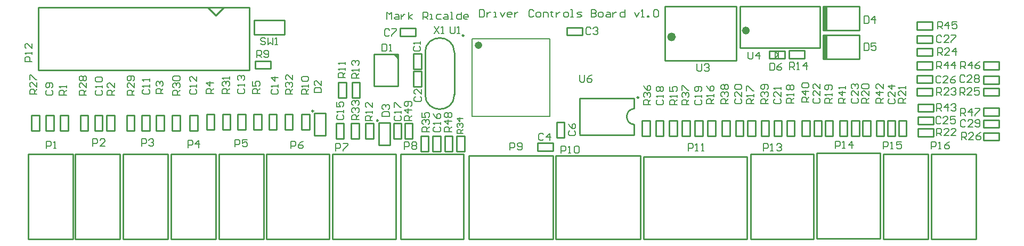
<source format=gto>
G04 Layer_Color=65535*
%FSLAX44Y44*%
%MOMM*%
G71*
G01*
G75*
%ADD20C,0.2540*%
%ADD33C,0.6000*%
%ADD34C,0.2500*%
%ADD35C,0.2000*%
%ADD36C,0.1524*%
%ADD37C,0.1905*%
%ADD38R,0.5080X3.6830*%
D20*
X1127760Y360680D02*
G03*
X1127760Y360680I-1270J0D01*
G01*
X1129030D02*
G03*
X1129030Y360680I-2540J0D01*
G01*
X1130506D02*
G03*
X1130506Y360680I-4016J0D01*
G01*
X1132170D02*
G03*
X1132170Y360680I-5680J0D01*
G01*
X557530Y242570D02*
G03*
X557530Y242570I-1270J0D01*
G01*
X734940Y268760D02*
G03*
X781440Y268760I23250J0D01*
G01*
Y335760D02*
G03*
X734940Y335760I-23250J0D01*
G01*
X1066920Y246328D02*
G03*
X1066806Y221043I1150J-12648D01*
G01*
X1074420Y264160D02*
G03*
X1074420Y264160I-1270J0D01*
G01*
X660400Y227330D02*
G03*
X660400Y227330I-1270J0D01*
G01*
X1249680Y370840D02*
G03*
X1249680Y370840I-5080J0D01*
G01*
X1248410D02*
G03*
X1248410Y370840I-3810J0D01*
G01*
X1247140D02*
G03*
X1246872Y369704I-2540J0D01*
G01*
X1244600Y372110D02*
G03*
X1245870Y370840I0J-1270D01*
G01*
X695140Y362050D02*
Y374550D01*
Y362050D02*
X719640D01*
Y374550D01*
X695140D02*
X719640D01*
X943710Y199840D02*
X956210D01*
Y224340D01*
X943710D02*
X956210D01*
X943710Y199840D02*
Y224340D01*
X1076650Y38360D02*
Y171360D01*
X942650D02*
X1076650D01*
X942650Y38360D02*
Y171360D01*
Y38360D02*
X1076650D01*
X938080Y179170D02*
Y191670D01*
X913580D02*
X938080D01*
X913580Y179170D02*
Y191670D01*
Y179170D02*
X938080D01*
X716380Y305620D02*
X728880D01*
X716380Y281120D02*
Y305620D01*
Y281120D02*
X728880D01*
Y305620D01*
X617320Y198570D02*
X629820D01*
Y223070D01*
X617320D02*
X629820D01*
X617320Y198570D02*
Y223070D01*
X1079600Y226880D02*
X1092100D01*
X1079600Y202380D02*
Y226880D01*
Y202380D02*
X1092100D01*
Y226880D01*
X436980Y212540D02*
Y237040D01*
X449480D01*
Y212540D02*
Y237040D01*
X436980Y212540D02*
X449480D01*
X387450D02*
Y237040D01*
X399950D01*
Y212540D02*
Y237040D01*
X387450Y212540D02*
X399950D01*
X1646740Y216000D02*
Y228500D01*
X1622240D02*
X1646740D01*
X1622240Y216000D02*
Y228500D01*
Y216000D02*
X1646740D01*
X109320Y235770D02*
X121820D01*
X109320Y211270D02*
Y235770D01*
Y211270D02*
X121820D01*
Y235770D01*
X1082340Y169750D02*
X1246590D01*
Y38750D02*
Y169750D01*
X1082340Y38750D02*
Y169750D01*
Y38750D02*
X1246590D01*
X1539240Y38100D02*
Y173990D01*
X1610360D01*
Y38100D02*
Y173990D01*
X1539240Y38100D02*
X1610360D01*
X132180Y235770D02*
X144680D01*
X132180Y211270D02*
Y235770D01*
Y211270D02*
X144680D01*
Y235770D01*
X486510Y212540D02*
Y237040D01*
X499010D01*
Y212540D02*
Y237040D01*
X486510Y212540D02*
X499010D01*
X1268830Y226880D02*
X1281330D01*
X1268830Y202380D02*
Y226880D01*
Y202380D02*
X1281330D01*
Y226880D01*
X588010Y173990D02*
X688340D01*
Y38100D02*
Y173990D01*
X588010Y38100D02*
X688340D01*
X588010D02*
Y173990D01*
X1516830Y266800D02*
Y279300D01*
Y266800D02*
X1541330D01*
Y279300D01*
X1516830D02*
X1541330D01*
X489770Y309980D02*
Y322480D01*
X465270D02*
X489770D01*
X465270Y309980D02*
Y322480D01*
Y309980D02*
X489770D01*
X186790Y235770D02*
X199290D01*
X186790Y211270D02*
Y235770D01*
Y211270D02*
X199290D01*
Y235770D01*
X1252220Y173990D02*
X1352550D01*
Y38100D02*
Y173990D01*
X1252220Y38100D02*
X1352550D01*
X1252220D02*
Y173990D01*
X695960D02*
X796290D01*
Y38100D02*
Y173990D01*
X695960Y38100D02*
X796290D01*
X695960D02*
Y173990D01*
X1430120Y226880D02*
X1442620D01*
X1430120Y202380D02*
Y226880D01*
Y202380D02*
X1442620D01*
Y226880D01*
X1518100Y233580D02*
X1542600D01*
Y221080D02*
Y233580D01*
X1518100Y221080D02*
X1542600D01*
X1518100D02*
Y233580D01*
X1122780Y226880D02*
X1135280D01*
X1122780Y202380D02*
Y226880D01*
Y202380D02*
X1135280D01*
Y226880D01*
X938220Y38360D02*
Y171360D01*
X804220D02*
X938220D01*
X804220Y38360D02*
Y171360D01*
Y38360D02*
X938220D01*
X407670Y38100D02*
Y173990D01*
X478790D01*
Y38100D02*
Y173990D01*
X407670Y38100D02*
X478790D01*
X1516830Y363120D02*
X1541330D01*
Y350620D02*
Y363120D01*
X1516830Y350620D02*
X1541330D01*
X1516830D02*
Y363120D01*
X1206600Y226880D02*
X1219100D01*
X1206600Y202380D02*
Y226880D01*
Y202380D02*
X1219100D01*
Y226880D01*
X1451710D02*
X1464210D01*
X1451710Y202380D02*
Y226880D01*
Y202380D02*
X1464210D01*
Y226880D01*
X1357630Y175260D02*
X1457960D01*
Y39370D02*
Y175260D01*
X1357630Y39370D02*
X1457960D01*
X1357630D02*
Y175260D01*
X462380Y212540D02*
Y237040D01*
X474880D01*
Y212540D02*
Y237040D01*
X462380Y212540D02*
X474880D01*
X104140Y38100D02*
Y173990D01*
X175260D01*
Y38100D02*
Y173990D01*
X104140Y38100D02*
X175260D01*
X716380Y309060D02*
X728880D01*
Y333560D01*
X716380D02*
X728880D01*
X716380Y309060D02*
Y333560D01*
X228700Y211270D02*
X241200D01*
Y235770D01*
X228700D02*
X241200D01*
X228700Y211270D02*
Y235770D01*
X120650Y307340D02*
Y407670D01*
Y307340D02*
X455930D01*
Y407670D01*
X120650D02*
X455930D01*
X389890D02*
X391160D01*
X389890D02*
X402590Y394970D01*
X415290Y407670D01*
X1163420Y226880D02*
X1175920D01*
X1163420Y202380D02*
Y226880D01*
Y202380D02*
X1175920D01*
Y226880D01*
X284580Y235770D02*
X297080D01*
X284580Y211270D02*
Y235770D01*
Y211270D02*
X297080D01*
Y235770D01*
X1116330Y322580D02*
Y408940D01*
Y322580D02*
X1229360D01*
Y408940D01*
X1116330D02*
X1229360D01*
X1646740Y195680D02*
Y208180D01*
X1622240D02*
X1646740D01*
X1622240Y195680D02*
Y208180D01*
Y195680D02*
X1646740D01*
X1367790Y325120D02*
Y363220D01*
Y325120D02*
X1424940D01*
Y363220D01*
X1367790D02*
X1424940D01*
X1622240Y308710D02*
Y321210D01*
Y308710D02*
X1646740D01*
Y321210D01*
X1622240D02*
X1646740D01*
X482600Y173990D02*
X582930D01*
Y38100D02*
Y173990D01*
X482600Y38100D02*
X582930D01*
X482600D02*
Y173990D01*
X1352650Y226880D02*
X1365150D01*
X1352650Y202380D02*
Y226880D01*
Y202380D02*
X1365150D01*
Y226880D01*
X593190Y198570D02*
X605690D01*
Y223070D01*
X593190D02*
X605690D01*
X593190Y198570D02*
Y223070D01*
X597000Y287840D02*
X609500D01*
X597000Y263340D02*
Y287840D01*
Y263340D02*
X609500D01*
Y287840D01*
X179070Y38100D02*
Y173990D01*
X250190D01*
Y38100D02*
Y173990D01*
X179070Y38100D02*
X250190D01*
X538580Y237040D02*
X551080D01*
X538580Y212540D02*
Y237040D01*
Y212540D02*
X551080D01*
Y237040D01*
X1228190Y226880D02*
X1240690D01*
X1228190Y202380D02*
Y226880D01*
Y202380D02*
X1240690D01*
Y226880D01*
X746860Y178250D02*
X759360D01*
Y202750D01*
X746860D02*
X759360D01*
X746860Y178250D02*
Y202750D01*
X1516830Y308710D02*
Y321210D01*
Y308710D02*
X1541330D01*
Y321210D01*
X1516830D02*
X1541330D01*
X640180Y223070D02*
X652680D01*
X640180Y198570D02*
Y223070D01*
Y198570D02*
X652680D01*
Y223070D01*
X1393290Y226880D02*
X1405790D01*
X1393290Y202380D02*
Y226880D01*
Y202380D02*
X1405790D01*
Y226880D01*
X1516830Y384710D02*
X1541330D01*
Y372210D02*
Y384710D01*
X1516830Y372210D02*
X1541330D01*
X1516830D02*
Y384710D01*
X1487270Y226880D02*
X1499770D01*
X1487270Y202380D02*
Y226880D01*
Y202380D02*
X1499770D01*
Y226880D01*
X331470Y38100D02*
Y173990D01*
X402590D01*
Y38100D02*
Y173990D01*
X331470Y38100D02*
X402590D01*
X784960Y178250D02*
X797460D01*
Y202750D01*
X784960D02*
X797460D01*
X784960Y178250D02*
Y202750D01*
X778410Y178250D02*
Y202750D01*
X765910Y178250D02*
X778410D01*
X765910D02*
Y202750D01*
X778410D01*
X463550Y364490D02*
Y387350D01*
Y364490D02*
X511810D01*
Y387350D01*
X463550D02*
X511810D01*
X1183740Y226880D02*
X1196240D01*
X1183740Y202380D02*
Y226880D01*
Y202380D02*
X1196240D01*
Y226880D01*
X255270Y38100D02*
Y173990D01*
X326390D01*
Y38100D02*
Y173990D01*
X255270Y38100D02*
X326390D01*
X684630Y198570D02*
X697130D01*
Y223070D01*
X684630D02*
X697130D01*
X684630Y198570D02*
Y223070D01*
X1313630Y326490D02*
Y338990D01*
Y326490D02*
X1338130D01*
Y338990D01*
X1313630D02*
X1338130D01*
X1469490Y226880D02*
X1481990D01*
X1469490Y202380D02*
Y226880D01*
Y202380D02*
X1481990D01*
Y226880D01*
X572135Y203200D02*
X576580D01*
Y238760D01*
X558800Y203200D02*
X563245D01*
X558800D02*
Y238760D01*
X563245Y203200D02*
X572135D01*
X558800Y238760D02*
X576580D01*
X618590Y287840D02*
X631090D01*
X618590Y263340D02*
Y287840D01*
Y263340D02*
X631090D01*
Y287840D01*
X511910Y212540D02*
Y237040D01*
X524410D01*
Y212540D02*
Y237040D01*
X511910Y212540D02*
X524410D01*
X1516830Y287120D02*
Y299620D01*
Y287120D02*
X1541330D01*
Y299620D01*
X1516830D02*
X1541330D01*
X734940Y268760D02*
Y335760D01*
X781440Y268760D02*
Y335760D01*
X1101190Y226880D02*
X1113690D01*
X1101190Y202380D02*
Y226880D01*
Y202380D02*
X1113690D01*
Y226880D01*
X1646740Y285850D02*
Y298350D01*
X1622240D02*
X1646740D01*
X1622240Y285850D02*
Y298350D01*
Y285850D02*
X1646740D01*
X1518100Y214530D02*
X1542600D01*
Y202030D02*
Y214530D01*
X1518100Y202030D02*
X1542600D01*
X1518100D02*
Y214530D01*
X209650Y235770D02*
X222150D01*
X209650Y211270D02*
Y235770D01*
Y211270D02*
X222150D01*
Y235770D01*
X1247240Y226880D02*
X1259740D01*
X1247240Y202380D02*
Y226880D01*
Y202380D02*
X1259740D01*
Y226880D01*
X260450Y235770D02*
X272950D01*
X260450Y211270D02*
Y235770D01*
Y211270D02*
X272950D01*
Y235770D01*
X1066806Y204476D02*
Y221043D01*
X1066800Y246448D02*
Y262890D01*
X980440Y205740D02*
Y262890D01*
Y204470D02*
X1066800D01*
X980440Y262890D02*
X1066800D01*
X1370430Y226880D02*
X1382930D01*
X1370430Y202380D02*
Y226880D01*
Y202380D02*
X1382930D01*
Y226880D01*
X1289150D02*
X1301650D01*
X1289150Y202380D02*
Y226880D01*
Y202380D02*
X1301650D01*
Y226880D01*
X1622240Y235050D02*
Y247550D01*
Y235050D02*
X1646740D01*
Y247550D01*
X1622240D02*
X1646740D01*
X1518100Y253900D02*
X1542600D01*
Y241400D02*
Y253900D01*
X1518100Y241400D02*
X1542600D01*
X1518100D02*
Y253900D01*
X1412340Y226880D02*
X1424840D01*
X1412340Y202380D02*
Y226880D01*
Y202380D02*
X1424840D01*
Y226880D01*
X412850Y212540D02*
Y237040D01*
X425350D01*
Y212540D02*
Y237040D01*
X412850Y212540D02*
X425350D01*
X702410Y198570D02*
Y223070D01*
X714910D01*
Y198570D02*
Y223070D01*
X702410Y198570D02*
X714910D01*
X675005Y187960D02*
X679450D01*
Y223520D01*
X661670Y187960D02*
X666115D01*
X661670D02*
Y223520D01*
X666115Y187960D02*
X675005D01*
X661670Y223520D02*
X679450D01*
X360780Y211270D02*
Y235770D01*
X373280D01*
Y211270D02*
Y235770D01*
X360780Y211270D02*
X373280D01*
X1463040Y38100D02*
Y173990D01*
X1534160D01*
Y38100D02*
Y173990D01*
X1463040Y38100D02*
X1534160D01*
X332840Y211270D02*
Y235770D01*
X345340D01*
Y211270D02*
Y235770D01*
X332840Y211270D02*
X345340D01*
X1367790Y370840D02*
Y408940D01*
Y370840D02*
X1424940D01*
Y408940D01*
X1367790D02*
X1424940D01*
X155040Y211270D02*
X167540D01*
Y235770D01*
X155040D02*
X167540D01*
X155040Y211270D02*
Y235770D01*
X1281910Y326020D02*
Y338520D01*
Y326020D02*
X1306410D01*
Y338520D01*
X1281910D02*
X1306410D01*
X307440Y211270D02*
X319940D01*
Y235770D01*
X307440D02*
X319940D01*
X307440Y211270D02*
Y235770D01*
X727810Y178250D02*
X740310D01*
Y202750D01*
X727810D02*
X740310D01*
X727810Y178250D02*
Y202750D01*
X1309470Y226880D02*
X1321970D01*
X1309470Y202380D02*
Y226880D01*
Y202380D02*
X1321970D01*
Y226880D01*
X1143100D02*
X1155600D01*
X1143100Y202380D02*
Y226880D01*
Y202380D02*
X1155600D01*
Y226880D01*
X1235710Y342900D02*
Y408940D01*
X1362710D01*
Y342900D02*
Y408940D01*
X1235710Y342900D02*
X1362710D01*
X1333600Y226880D02*
X1346100D01*
X1333600Y202380D02*
Y226880D01*
Y202380D02*
X1346100D01*
Y226880D01*
X1516830Y342800D02*
X1541330D01*
Y330300D02*
Y342800D01*
X1516830Y330300D02*
X1541330D01*
X1516830D02*
Y342800D01*
X1646740Y266800D02*
Y279300D01*
X1622240D02*
X1646740D01*
X1622240Y266800D02*
Y279300D01*
Y266800D02*
X1646740D01*
X985070Y363320D02*
Y375820D01*
X960570D02*
X985070D01*
X960570Y363320D02*
Y375820D01*
Y363320D02*
X985070D01*
X657860Y281940D02*
X692150D01*
Y332740D01*
X654050D02*
X692150D01*
X654050Y281940D02*
Y332740D01*
Y281940D02*
X662940D01*
X685800Y332740D02*
X692150Y326390D01*
X685800Y332740D02*
X692150D01*
X689610D02*
X692150D01*
X689610D02*
X692150Y330200D01*
Y326390D02*
Y330200D01*
Y328295D02*
Y330200D01*
X689610Y332740D02*
X692150Y330200D01*
X689610Y332740D02*
X692150Y330200D01*
Y328295D02*
Y330200D01*
X691515Y328295D02*
X692150D01*
X689610Y330200D02*
X691515Y328295D01*
X688975Y329565D02*
Y332740D01*
D33*
X822720Y347410D02*
G03*
X822720Y347410I-3000J0D01*
G01*
D34*
X796470Y362910D02*
G03*
X796470Y362910I-1250J0D01*
G01*
D35*
X809720Y234410D02*
X932720D01*
X809720Y357410D02*
X932720D01*
Y234410D02*
Y357410D01*
X809720Y234410D02*
Y357410D01*
D36*
X1292225Y327660D02*
X1296670Y332105D01*
X1292225Y336550D02*
X1296670Y332105D01*
Y327660D02*
Y336550D01*
X1291590Y327660D02*
Y336550D01*
D37*
X1153160Y179070D02*
Y190496D01*
X1158873D01*
X1160778Y188592D01*
Y184783D01*
X1158873Y182879D01*
X1153160D01*
X1164586Y179070D02*
X1168395D01*
X1166491D01*
Y190496D01*
X1164586Y188592D01*
X1174108Y179070D02*
X1177917D01*
X1176013D01*
Y190496D01*
X1174108Y188592D01*
X524510Y269240D02*
X513084D01*
Y274953D01*
X514988Y276857D01*
X518797D01*
X520701Y274953D01*
Y269240D01*
Y273049D02*
X524510Y276857D01*
X514988Y280666D02*
X513084Y282571D01*
Y286380D01*
X514988Y288284D01*
X516893D01*
X518797Y286380D01*
Y284475D01*
Y286380D01*
X520701Y288284D01*
X522606D01*
X524510Y286380D01*
Y282571D01*
X522606Y280666D01*
X524510Y299710D02*
Y292093D01*
X516893Y299710D01*
X514988D01*
X513084Y297806D01*
Y293997D01*
X514988Y292093D01*
X424180Y270510D02*
X412754D01*
Y276223D01*
X414658Y278127D01*
X418467D01*
X420371Y276223D01*
Y270510D01*
Y274319D02*
X424180Y278127D01*
X414658Y281936D02*
X412754Y283841D01*
Y287649D01*
X414658Y289554D01*
X416562D01*
X418467Y287649D01*
Y285745D01*
Y287649D01*
X420371Y289554D01*
X422276D01*
X424180Y287649D01*
Y283841D01*
X422276Y281936D01*
X424180Y293363D02*
Y297171D01*
Y295267D01*
X412754D01*
X414658Y293363D01*
X345440Y267970D02*
X334014D01*
Y273683D01*
X335918Y275588D01*
X339727D01*
X341631Y273683D01*
Y267970D01*
Y271779D02*
X345440Y275588D01*
X335918Y279396D02*
X334014Y281301D01*
Y285110D01*
X335918Y287014D01*
X337822D01*
X339727Y285110D01*
Y283205D01*
Y285110D01*
X341631Y287014D01*
X343536D01*
X345440Y285110D01*
Y281301D01*
X343536Y279396D01*
X335918Y290823D02*
X334014Y292727D01*
Y296536D01*
X335918Y298440D01*
X343536D01*
X345440Y296536D01*
Y292727D01*
X343536Y290823D01*
X335918D01*
X472440Y270510D02*
X461014D01*
Y276223D01*
X462918Y278127D01*
X466727D01*
X468631Y276223D01*
Y270510D01*
Y274319D02*
X472440Y278127D01*
X461014Y289554D02*
Y281936D01*
X466727D01*
X464823Y285745D01*
Y287649D01*
X466727Y289554D01*
X470536D01*
X472440Y287649D01*
Y283841D01*
X470536Y281936D01*
X398780Y270510D02*
X387354D01*
Y276223D01*
X389258Y278127D01*
X393067D01*
X394971Y276223D01*
Y270510D01*
Y274319D02*
X398780Y278127D01*
Y287649D02*
X387354D01*
X393067Y281936D01*
Y289554D01*
X702310Y181610D02*
Y193036D01*
X708023D01*
X709928Y191132D01*
Y187323D01*
X708023Y185419D01*
X702310D01*
X713736Y191132D02*
X715641Y193036D01*
X719449D01*
X721354Y191132D01*
Y189228D01*
X719449Y187323D01*
X721354Y185419D01*
Y183514D01*
X719449Y181610D01*
X715641D01*
X713736Y183514D01*
Y185419D01*
X715641Y187323D01*
X713736Y189228D01*
Y191132D01*
X715641Y187323D02*
X719449D01*
X593090Y179070D02*
Y190496D01*
X598803D01*
X600708Y188592D01*
Y184783D01*
X598803Y182879D01*
X593090D01*
X604516Y190496D02*
X612134D01*
Y188592D01*
X604516Y180974D01*
Y179070D01*
X521970Y182880D02*
Y194306D01*
X527683D01*
X529588Y192402D01*
Y188593D01*
X527683Y186689D01*
X521970D01*
X541014Y194306D02*
X537205Y192402D01*
X533396Y188593D01*
Y184784D01*
X535301Y182880D01*
X539109D01*
X541014Y184784D01*
Y186689D01*
X539109Y188593D01*
X533396D01*
X433070Y185420D02*
Y196846D01*
X438783D01*
X440687Y194942D01*
Y191133D01*
X438783Y189229D01*
X433070D01*
X452114Y196846D02*
X444496D01*
Y191133D01*
X448305Y193037D01*
X450210D01*
X452114Y191133D01*
Y187324D01*
X450210Y185420D01*
X446401D01*
X444496Y187324D01*
X358140Y184150D02*
Y195576D01*
X363853D01*
X365757Y193672D01*
Y189863D01*
X363853Y187959D01*
X358140D01*
X375280Y184150D02*
Y195576D01*
X369566Y189863D01*
X377184D01*
X284480Y186690D02*
Y198116D01*
X290193D01*
X292097Y196212D01*
Y192403D01*
X290193Y190499D01*
X284480D01*
X295906Y196212D02*
X297811Y198116D01*
X301619D01*
X303524Y196212D01*
Y194307D01*
X301619Y192403D01*
X299715D01*
X301619D01*
X303524Y190499D01*
Y188594D01*
X301619Y186690D01*
X297811D01*
X295906Y188594D01*
X207010Y186690D02*
Y198116D01*
X212723D01*
X214627Y196212D01*
Y192403D01*
X212723Y190499D01*
X207010D01*
X226054Y186690D02*
X218436D01*
X226054Y194307D01*
Y196212D01*
X224149Y198116D01*
X220341D01*
X218436Y196212D01*
X133350Y182880D02*
Y194306D01*
X139063D01*
X140968Y192402D01*
Y188593D01*
X139063Y186689D01*
X133350D01*
X144776Y182880D02*
X148585D01*
X146681D01*
Y194306D01*
X144776Y192402D01*
X492128Y276857D02*
X490224Y274953D01*
Y271144D01*
X492128Y269240D01*
X499746D01*
X501650Y271144D01*
Y274953D01*
X499746Y276857D01*
X501650Y280666D02*
Y284475D01*
Y282571D01*
X490224D01*
X492128Y280666D01*
X501650Y295901D02*
X490224D01*
X495937Y290188D01*
Y297806D01*
X438788Y278127D02*
X436884Y276223D01*
Y272414D01*
X438788Y270510D01*
X446406D01*
X448310Y272414D01*
Y276223D01*
X446406Y278127D01*
X448310Y281936D02*
Y285745D01*
Y283841D01*
X436884D01*
X438788Y281936D01*
Y291458D02*
X436884Y293363D01*
Y297171D01*
X438788Y299076D01*
X440692D01*
X442597Y297171D01*
Y295267D01*
Y297171D01*
X444501Y299076D01*
X446406D01*
X448310Y297171D01*
Y293363D01*
X446406Y291458D01*
X362588Y276857D02*
X360684Y274953D01*
Y271144D01*
X362588Y269240D01*
X370206D01*
X372110Y271144D01*
Y274953D01*
X370206Y276857D01*
X372110Y280666D02*
Y284475D01*
Y282571D01*
X360684D01*
X362588Y280666D01*
X372110Y297806D02*
Y290188D01*
X364492Y297806D01*
X362588D01*
X360684Y295901D01*
Y292093D01*
X362588Y290188D01*
X713740Y227330D02*
X702314D01*
Y233043D01*
X704218Y234947D01*
X708027D01*
X709931Y233043D01*
Y227330D01*
Y231139D02*
X713740Y234947D01*
Y244470D02*
X702314D01*
X708027Y238756D01*
Y246374D01*
X711836Y250183D02*
X713740Y252087D01*
Y255896D01*
X711836Y257800D01*
X704218D01*
X702314Y255896D01*
Y252087D01*
X704218Y250183D01*
X706123D01*
X708027Y252087D01*
Y257800D01*
X777240Y209550D02*
X765814D01*
Y215263D01*
X767718Y217167D01*
X771527D01*
X773431Y215263D01*
Y209550D01*
Y213359D02*
X777240Y217167D01*
Y226689D02*
X765814D01*
X771527Y220976D01*
Y228594D01*
X767718Y232403D02*
X765814Y234307D01*
Y238116D01*
X767718Y240020D01*
X769622D01*
X771527Y238116D01*
X773431Y240020D01*
X775336D01*
X777240Y238116D01*
Y234307D01*
X775336Y232403D01*
X773431D01*
X771527Y234307D01*
X769622Y232403D01*
X767718D01*
X771527Y234307D02*
Y238116D01*
X718188Y345438D02*
X716284Y343533D01*
Y339724D01*
X718188Y337820D01*
X725806D01*
X727710Y339724D01*
Y343533D01*
X725806Y345438D01*
X727710Y349246D02*
Y353055D01*
Y351151D01*
X716284D01*
X718188Y349246D01*
X719458Y265427D02*
X717554Y263523D01*
Y259714D01*
X719458Y257810D01*
X727076D01*
X728980Y259714D01*
Y263523D01*
X727076Y265427D01*
X728980Y276854D02*
Y269236D01*
X721363Y276854D01*
X719458D01*
X717554Y274949D01*
Y271141D01*
X719458Y269236D01*
X998217Y374012D02*
X996313Y375916D01*
X992504D01*
X990600Y374012D01*
Y366394D01*
X992504Y364490D01*
X996313D01*
X998217Y366394D01*
X1002026Y374012D02*
X1003931Y375916D01*
X1007739D01*
X1009644Y374012D01*
Y372108D01*
X1007739Y370203D01*
X1005835D01*
X1007739D01*
X1009644Y368299D01*
Y366394D01*
X1007739Y364490D01*
X1003931D01*
X1002026Y366394D01*
X923288Y205102D02*
X921383Y207006D01*
X917574D01*
X915670Y205102D01*
Y197484D01*
X917574Y195580D01*
X921383D01*
X923288Y197484D01*
X932810Y195580D02*
Y207006D01*
X927096Y201293D01*
X934714D01*
X964568Y210818D02*
X962664Y208913D01*
Y205104D01*
X964568Y203200D01*
X972186D01*
X974090Y205104D01*
Y208913D01*
X972186Y210818D01*
X962664Y222244D02*
X964568Y218435D01*
X968377Y214626D01*
X972186D01*
X974090Y216531D01*
Y220340D01*
X972186Y222244D01*
X970281D01*
X968377Y220340D01*
Y214626D01*
X678177Y371472D02*
X676273Y373376D01*
X672464D01*
X670560Y371472D01*
Y363854D01*
X672464Y361950D01*
X676273D01*
X678177Y363854D01*
X681986Y373376D02*
X689604D01*
Y371472D01*
X681986Y363854D01*
Y361950D01*
X133988Y275588D02*
X132084Y273683D01*
Y269874D01*
X133988Y267970D01*
X141606D01*
X143510Y269874D01*
Y273683D01*
X141606Y275588D01*
Y279396D02*
X143510Y281301D01*
Y285110D01*
X141606Y287014D01*
X133988D01*
X132084Y285110D01*
Y281301D01*
X133988Y279396D01*
X135892D01*
X137797Y281301D01*
Y287014D01*
X212728Y275588D02*
X210824Y273683D01*
Y269874D01*
X212728Y267970D01*
X220346D01*
X222250Y269874D01*
Y273683D01*
X220346Y275588D01*
X222250Y279396D02*
Y283205D01*
Y281301D01*
X210824D01*
X212728Y279396D01*
Y288918D02*
X210824Y290823D01*
Y294631D01*
X212728Y296536D01*
X220346D01*
X222250Y294631D01*
Y290823D01*
X220346Y288918D01*
X212728D01*
X287658Y276857D02*
X285754Y274953D01*
Y271144D01*
X287658Y269240D01*
X295276D01*
X297180Y271144D01*
Y274953D01*
X295276Y276857D01*
X297180Y280666D02*
Y284475D01*
Y282571D01*
X285754D01*
X287658Y280666D01*
X297180Y290188D02*
Y293997D01*
Y292093D01*
X285754D01*
X287658Y290188D01*
X596268Y236217D02*
X594364Y234313D01*
Y230504D01*
X596268Y228600D01*
X603886D01*
X605790Y230504D01*
Y234313D01*
X603886Y236217D01*
X605790Y240026D02*
Y243835D01*
Y241931D01*
X594364D01*
X596268Y240026D01*
X594364Y257166D02*
Y249548D01*
X600077D01*
X598172Y253357D01*
Y255261D01*
X600077Y257166D01*
X603886D01*
X605790Y255261D01*
Y251453D01*
X603886Y249548D01*
X749938Y217167D02*
X748034Y215263D01*
Y211454D01*
X749938Y209550D01*
X757556D01*
X759460Y211454D01*
Y215263D01*
X757556Y217167D01*
X759460Y220976D02*
Y224785D01*
Y222881D01*
X748034D01*
X749938Y220976D01*
X748034Y238116D02*
X749938Y234307D01*
X753747Y230498D01*
X757556D01*
X759460Y232403D01*
Y236211D01*
X757556Y238116D01*
X755651D01*
X753747Y236211D01*
Y230498D01*
X687708Y234947D02*
X685804Y233043D01*
Y229234D01*
X687708Y227330D01*
X695326D01*
X697230Y229234D01*
Y233043D01*
X695326Y234947D01*
X697230Y238756D02*
Y242565D01*
Y240661D01*
X685804D01*
X687708Y238756D01*
X685804Y248278D02*
Y255896D01*
X687708D01*
X695326Y248278D01*
X697230D01*
X1104268Y260347D02*
X1102364Y258443D01*
Y254634D01*
X1104268Y252730D01*
X1111886D01*
X1113790Y254634D01*
Y258443D01*
X1111886Y260347D01*
X1113790Y264156D02*
Y267965D01*
Y266061D01*
X1102364D01*
X1104268Y264156D01*
Y273678D02*
X1102364Y275583D01*
Y279391D01*
X1104268Y281296D01*
X1106172D01*
X1108077Y279391D01*
X1109981Y281296D01*
X1111886D01*
X1113790Y279391D01*
Y275583D01*
X1111886Y273678D01*
X1109981D01*
X1108077Y275583D01*
X1106172Y273678D01*
X1104268D01*
X1108077Y275583D02*
Y279391D01*
X1165228Y260347D02*
X1163324Y258443D01*
Y254634D01*
X1165228Y252730D01*
X1172846D01*
X1174750Y254634D01*
Y258443D01*
X1172846Y260347D01*
X1174750Y264156D02*
Y267965D01*
Y266061D01*
X1163324D01*
X1165228Y264156D01*
X1172846Y273678D02*
X1174750Y275583D01*
Y279391D01*
X1172846Y281296D01*
X1165228D01*
X1163324Y279391D01*
Y275583D01*
X1165228Y273678D01*
X1167132D01*
X1169037Y275583D01*
Y281296D01*
X1228728Y261618D02*
X1226824Y259713D01*
Y255904D01*
X1228728Y254000D01*
X1236346D01*
X1238250Y255904D01*
Y259713D01*
X1236346Y261618D01*
X1238250Y273044D02*
Y265426D01*
X1230632Y273044D01*
X1228728D01*
X1226824Y271140D01*
Y267331D01*
X1228728Y265426D01*
Y276853D02*
X1226824Y278757D01*
Y282566D01*
X1228728Y284470D01*
X1236346D01*
X1238250Y282566D01*
Y278757D01*
X1236346Y276853D01*
X1228728D01*
X1290958Y261618D02*
X1289054Y259713D01*
Y255904D01*
X1290958Y254000D01*
X1298576D01*
X1300480Y255904D01*
Y259713D01*
X1298576Y261618D01*
X1300480Y273044D02*
Y265426D01*
X1292863Y273044D01*
X1290958D01*
X1289054Y271140D01*
Y267331D01*
X1290958Y265426D01*
X1300480Y276853D02*
Y280661D01*
Y278757D01*
X1289054D01*
X1290958Y276853D01*
X666750Y349246D02*
Y337820D01*
X672463D01*
X674368Y339724D01*
Y347342D01*
X672463Y349246D01*
X666750D01*
X678176Y337820D02*
X681985D01*
X680081D01*
Y349246D01*
X678176Y347342D01*
X558804Y271780D02*
X570230D01*
Y277493D01*
X568326Y279398D01*
X560708D01*
X558804Y277493D01*
Y271780D01*
X570230Y290824D02*
Y283206D01*
X562612Y290824D01*
X560708D01*
X558804Y288920D01*
Y285111D01*
X560708Y283206D01*
X666754Y233680D02*
X678180D01*
Y239393D01*
X676276Y241297D01*
X668658D01*
X666754Y239393D01*
Y233680D01*
X668658Y245106D02*
X666754Y247011D01*
Y250819D01*
X668658Y252724D01*
X670563D01*
X672467Y250819D01*
Y248915D01*
Y250819D01*
X674371Y252724D01*
X676276D01*
X678180Y250819D01*
Y247011D01*
X676276Y245106D01*
X1432560Y393696D02*
Y382270D01*
X1438273D01*
X1440177Y384174D01*
Y391792D01*
X1438273Y393696D01*
X1432560D01*
X1449700Y382270D02*
Y393696D01*
X1443986Y387983D01*
X1451604D01*
X1432560Y350516D02*
Y339090D01*
X1438273D01*
X1440177Y340994D01*
Y348612D01*
X1438273Y350516D01*
X1432560D01*
X1451604D02*
X1443986D01*
Y344803D01*
X1447795Y346707D01*
X1449700D01*
X1451604Y344803D01*
Y340994D01*
X1449700Y339090D01*
X1445891D01*
X1443986Y340994D01*
X1282700Y318766D02*
Y307340D01*
X1288413D01*
X1290318Y309244D01*
Y316862D01*
X1288413Y318766D01*
X1282700D01*
X1301744D02*
X1297935Y316862D01*
X1294126Y313053D01*
Y309244D01*
X1296031Y307340D01*
X1299839D01*
X1301744Y309244D01*
Y311149D01*
X1299839Y313053D01*
X1294126D01*
X110490Y321310D02*
X99064D01*
Y327023D01*
X100968Y328927D01*
X104777D01*
X106681Y327023D01*
Y321310D01*
X110490Y332736D02*
Y336545D01*
Y334641D01*
X99064D01*
X100968Y332736D01*
X110490Y349876D02*
Y342258D01*
X102872Y349876D01*
X100968D01*
X99064Y347971D01*
Y344163D01*
X100968Y342258D01*
X165100Y267970D02*
X153674D01*
Y273683D01*
X155578Y275588D01*
X159387D01*
X161291Y273683D01*
Y267970D01*
Y271779D02*
X165100Y275588D01*
Y279396D02*
Y283205D01*
Y281301D01*
X153674D01*
X155578Y279396D01*
X241300Y267970D02*
X229874D01*
Y273683D01*
X231778Y275588D01*
X235587D01*
X237491Y273683D01*
Y267970D01*
Y271779D02*
X241300Y275588D01*
Y287014D02*
Y279396D01*
X233682Y287014D01*
X231778D01*
X229874Y285110D01*
Y281301D01*
X231778Y279396D01*
X318770Y270510D02*
X307344D01*
Y276223D01*
X309248Y278127D01*
X313057D01*
X314961Y276223D01*
Y270510D01*
Y274319D02*
X318770Y278127D01*
X309248Y281936D02*
X307344Y283841D01*
Y287649D01*
X309248Y289554D01*
X311152D01*
X313057Y287649D01*
Y285745D01*
Y287649D01*
X314961Y289554D01*
X316866D01*
X318770Y287649D01*
Y283841D01*
X316866Y281936D01*
X467360Y327660D02*
Y339086D01*
X473073D01*
X474977Y337182D01*
Y333373D01*
X473073Y331469D01*
X467360D01*
X471169D02*
X474977Y327660D01*
X478786Y329564D02*
X480691Y327660D01*
X484500D01*
X486404Y329564D01*
Y337182D01*
X484500Y339086D01*
X480691D01*
X478786Y337182D01*
Y335277D01*
X480691Y333373D01*
X486404D01*
X549910Y269240D02*
X538484D01*
Y274953D01*
X540388Y276857D01*
X544197D01*
X546101Y274953D01*
Y269240D01*
Y273049D02*
X549910Y276857D01*
Y280666D02*
Y284475D01*
Y282571D01*
X538484D01*
X540388Y280666D01*
Y290188D02*
X538484Y292093D01*
Y295901D01*
X540388Y297806D01*
X548006D01*
X549910Y295901D01*
Y292093D01*
X548006Y290188D01*
X540388D01*
X608330Y295910D02*
X596904D01*
Y301623D01*
X598808Y303528D01*
X602617D01*
X604521Y301623D01*
Y295910D01*
Y299719D02*
X608330Y303528D01*
Y307336D02*
Y311145D01*
Y309241D01*
X596904D01*
X598808Y307336D01*
X608330Y316858D02*
Y320667D01*
Y318763D01*
X596904D01*
X598808Y316858D01*
X651510Y227330D02*
X640084D01*
Y233043D01*
X641988Y234947D01*
X645797D01*
X647701Y233043D01*
Y227330D01*
Y231139D02*
X651510Y234947D01*
Y238756D02*
Y242565D01*
Y240661D01*
X640084D01*
X641988Y238756D01*
X651510Y255896D02*
Y248278D01*
X643893Y255896D01*
X641988D01*
X640084Y253991D01*
Y250183D01*
X641988Y248278D01*
X629920Y294640D02*
X618494D01*
Y300353D01*
X620398Y302257D01*
X624207D01*
X626111Y300353D01*
Y294640D01*
Y298449D02*
X629920Y302257D01*
Y306066D02*
Y309875D01*
Y307971D01*
X618494D01*
X620398Y306066D01*
Y315588D02*
X618494Y317493D01*
Y321301D01*
X620398Y323206D01*
X622303D01*
X624207Y321301D01*
Y319397D01*
Y321301D01*
X626111Y323206D01*
X628016D01*
X629920Y321301D01*
Y317493D01*
X628016Y315588D01*
X1314450Y308610D02*
Y320036D01*
X1320163D01*
X1322068Y318132D01*
Y314323D01*
X1320163Y312419D01*
X1314450D01*
X1318259D02*
X1322068Y308610D01*
X1325876D02*
X1329685D01*
X1327781D01*
Y320036D01*
X1325876Y318132D01*
X1341111Y308610D02*
Y320036D01*
X1335398Y314323D01*
X1343016D01*
X1135380Y252730D02*
X1123954D01*
Y258443D01*
X1125858Y260347D01*
X1129667D01*
X1131571Y258443D01*
Y252730D01*
Y256539D02*
X1135380Y260347D01*
Y264156D02*
Y267965D01*
Y266061D01*
X1123954D01*
X1125858Y264156D01*
X1123954Y281296D02*
Y273678D01*
X1129667D01*
X1127763Y277487D01*
Y279391D01*
X1129667Y281296D01*
X1133476D01*
X1135380Y279391D01*
Y275583D01*
X1133476Y273678D01*
X1193800Y254000D02*
X1182374D01*
Y259713D01*
X1184278Y261618D01*
X1188087D01*
X1189991Y259713D01*
Y254000D01*
Y257809D02*
X1193800Y261618D01*
Y265426D02*
Y269235D01*
Y267331D01*
X1182374D01*
X1184278Y265426D01*
X1182374Y282566D02*
X1184278Y278757D01*
X1188087Y274948D01*
X1191896D01*
X1193800Y276853D01*
Y280661D01*
X1191896Y282566D01*
X1189991D01*
X1188087Y280661D01*
Y274948D01*
X1257300Y254000D02*
X1245874D01*
Y259713D01*
X1247778Y261618D01*
X1251587D01*
X1253491Y259713D01*
Y254000D01*
Y257809D02*
X1257300Y261618D01*
Y265426D02*
Y269235D01*
Y267331D01*
X1245874D01*
X1247778Y265426D01*
X1245874Y274948D02*
Y282566D01*
X1247778D01*
X1255396Y274948D01*
X1257300D01*
X1320800Y255270D02*
X1309374D01*
Y260983D01*
X1311278Y262887D01*
X1315087D01*
X1316991Y260983D01*
Y255270D01*
Y259079D02*
X1320800Y262887D01*
Y266696D02*
Y270505D01*
Y268601D01*
X1309374D01*
X1311278Y266696D01*
Y276218D02*
X1309374Y278123D01*
Y281931D01*
X1311278Y283836D01*
X1313183D01*
X1315087Y281931D01*
X1316991Y283836D01*
X1318896D01*
X1320800Y281931D01*
Y278123D01*
X1318896Y276218D01*
X1316991D01*
X1315087Y278123D01*
X1313183Y276218D01*
X1311278D01*
X1315087Y278123D02*
Y281931D01*
X118110Y269240D02*
X106684D01*
Y274953D01*
X108588Y276857D01*
X112397D01*
X114301Y274953D01*
Y269240D01*
Y273049D02*
X118110Y276857D01*
Y288284D02*
Y280666D01*
X110492Y288284D01*
X108588D01*
X106684Y286380D01*
Y282571D01*
X108588Y280666D01*
X106684Y292093D02*
Y299710D01*
X108588D01*
X116206Y292093D01*
X118110D01*
X196850Y267970D02*
X185424D01*
Y273683D01*
X187328Y275588D01*
X191137D01*
X193041Y273683D01*
Y267970D01*
Y271779D02*
X196850Y275588D01*
Y287014D02*
Y279396D01*
X189233Y287014D01*
X187328D01*
X185424Y285110D01*
Y281301D01*
X187328Y279396D01*
Y290823D02*
X185424Y292727D01*
Y296536D01*
X187328Y298440D01*
X189233D01*
X191137Y296536D01*
X193041Y298440D01*
X194946D01*
X196850Y296536D01*
Y292727D01*
X194946Y290823D01*
X193041D01*
X191137Y292727D01*
X189233Y290823D01*
X187328D01*
X191137Y292727D02*
Y296536D01*
X273050Y267970D02*
X261624D01*
Y273683D01*
X263528Y275588D01*
X267337D01*
X269241Y273683D01*
Y267970D01*
Y271779D02*
X273050Y275588D01*
Y287014D02*
Y279396D01*
X265432Y287014D01*
X263528D01*
X261624Y285110D01*
Y281301D01*
X263528Y279396D01*
X271146Y290823D02*
X273050Y292727D01*
Y296536D01*
X271146Y298440D01*
X263528D01*
X261624Y296536D01*
Y292727D01*
X263528Y290823D01*
X265432D01*
X267337Y292727D01*
Y298440D01*
X629920Y228600D02*
X618494D01*
Y234313D01*
X620398Y236217D01*
X624207D01*
X626111Y234313D01*
Y228600D01*
Y232409D02*
X629920Y236217D01*
X620398Y240026D02*
X618494Y241931D01*
Y245739D01*
X620398Y247644D01*
X622303D01*
X624207Y245739D01*
Y243835D01*
Y245739D01*
X626111Y247644D01*
X628016D01*
X629920Y245739D01*
Y241931D01*
X628016Y240026D01*
X620398Y251453D02*
X618494Y253357D01*
Y257166D01*
X620398Y259070D01*
X622303D01*
X624207Y257166D01*
Y255261D01*
Y257166D01*
X626111Y259070D01*
X628016D01*
X629920Y257166D01*
Y253357D01*
X628016Y251453D01*
X795020Y207010D02*
X785625D01*
Y211707D01*
X787191Y213273D01*
X790322D01*
X791888Y211707D01*
Y207010D01*
Y210142D02*
X795020Y213273D01*
X787191Y216405D02*
X785625Y217971D01*
Y221102D01*
X787191Y222668D01*
X788757D01*
X790322Y221102D01*
Y219537D01*
Y221102D01*
X791888Y222668D01*
X793454D01*
X795020Y221102D01*
Y217971D01*
X793454Y216405D01*
X795020Y230497D02*
X785625D01*
X790322Y225800D01*
Y232063D01*
X741680Y209550D02*
X730254D01*
Y215263D01*
X732158Y217167D01*
X735967D01*
X737871Y215263D01*
Y209550D01*
Y213359D02*
X741680Y217167D01*
X732158Y220976D02*
X730254Y222881D01*
Y226689D01*
X732158Y228594D01*
X734062D01*
X735967Y226689D01*
Y224785D01*
Y226689D01*
X737871Y228594D01*
X739776D01*
X741680Y226689D01*
Y222881D01*
X739776Y220976D01*
X730254Y240020D02*
Y232403D01*
X735967D01*
X734062Y236211D01*
Y238116D01*
X735967Y240020D01*
X739776D01*
X741680Y238116D01*
Y234307D01*
X739776Y232403D01*
X1093470Y252730D02*
X1082044D01*
Y258443D01*
X1083948Y260347D01*
X1087757D01*
X1089661Y258443D01*
Y252730D01*
Y256539D02*
X1093470Y260347D01*
X1083948Y264156D02*
X1082044Y266061D01*
Y269869D01*
X1083948Y271774D01*
X1085853D01*
X1087757Y269869D01*
Y267965D01*
Y269869D01*
X1089661Y271774D01*
X1091566D01*
X1093470Y269869D01*
Y266061D01*
X1091566Y264156D01*
X1082044Y283200D02*
X1083948Y279391D01*
X1087757Y275583D01*
X1091566D01*
X1093470Y277487D01*
Y281296D01*
X1091566Y283200D01*
X1089661D01*
X1087757Y281296D01*
Y275583D01*
X1154430Y252730D02*
X1143004D01*
Y258443D01*
X1144908Y260347D01*
X1148717D01*
X1150621Y258443D01*
Y252730D01*
Y256539D02*
X1154430Y260347D01*
X1144908Y264156D02*
X1143004Y266061D01*
Y269869D01*
X1144908Y271774D01*
X1146813D01*
X1148717Y269869D01*
Y267965D01*
Y269869D01*
X1150621Y271774D01*
X1152526D01*
X1154430Y269869D01*
Y266061D01*
X1152526Y264156D01*
X1143004Y275583D02*
Y283200D01*
X1144908D01*
X1152526Y275583D01*
X1154430D01*
X1216660Y254000D02*
X1205234D01*
Y259713D01*
X1207138Y261618D01*
X1210947D01*
X1212851Y259713D01*
Y254000D01*
Y257809D02*
X1216660Y261618D01*
X1207138Y265426D02*
X1205234Y267331D01*
Y271140D01*
X1207138Y273044D01*
X1209043D01*
X1210947Y271140D01*
Y269235D01*
Y271140D01*
X1212851Y273044D01*
X1214756D01*
X1216660Y271140D01*
Y267331D01*
X1214756Y265426D01*
X1207138Y276853D02*
X1205234Y278757D01*
Y282566D01*
X1207138Y284470D01*
X1209043D01*
X1210947Y282566D01*
X1212851Y284470D01*
X1214756D01*
X1216660Y282566D01*
Y278757D01*
X1214756Y276853D01*
X1212851D01*
X1210947Y278757D01*
X1209043Y276853D01*
X1207138D01*
X1210947Y278757D02*
Y282566D01*
X1280160Y254000D02*
X1268734D01*
Y259713D01*
X1270638Y261618D01*
X1274447D01*
X1276351Y259713D01*
Y254000D01*
Y257809D02*
X1280160Y261618D01*
X1270638Y265426D02*
X1268734Y267331D01*
Y271140D01*
X1270638Y273044D01*
X1272542D01*
X1274447Y271140D01*
Y269235D01*
Y271140D01*
X1276351Y273044D01*
X1278256D01*
X1280160Y271140D01*
Y267331D01*
X1278256Y265426D01*
Y276853D02*
X1280160Y278757D01*
Y282566D01*
X1278256Y284470D01*
X1270638D01*
X1268734Y282566D01*
Y278757D01*
X1270638Y276853D01*
X1272542D01*
X1274447Y278757D01*
Y284470D01*
X481328Y357502D02*
X479423Y359406D01*
X475614D01*
X473710Y357502D01*
Y355597D01*
X475614Y353693D01*
X479423D01*
X481328Y351789D01*
Y349884D01*
X479423Y347980D01*
X475614D01*
X473710Y349884D01*
X485136Y359406D02*
Y347980D01*
X488945Y351789D01*
X492754Y347980D01*
Y359406D01*
X496563Y347980D02*
X500371D01*
X498467D01*
Y359406D01*
X496563Y357502D01*
X1167130Y317496D02*
Y307974D01*
X1169034Y306070D01*
X1172843D01*
X1174747Y307974D01*
Y317496D01*
X1178556Y315592D02*
X1180461Y317496D01*
X1184269D01*
X1186174Y315592D01*
Y313687D01*
X1184269Y311783D01*
X1182365D01*
X1184269D01*
X1186174Y309879D01*
Y307974D01*
X1184269Y306070D01*
X1180461D01*
X1178556Y307974D01*
X1248410Y336546D02*
Y327024D01*
X1250314Y325120D01*
X1254123D01*
X1256028Y327024D01*
Y336546D01*
X1265549Y325120D02*
Y336546D01*
X1259836Y330833D01*
X1267454D01*
X980948Y299970D02*
Y290448D01*
X982852Y288544D01*
X986661D01*
X988566Y290448D01*
Y299970D01*
X999992D02*
X996183Y298066D01*
X992374Y294257D01*
Y290448D01*
X994279Y288544D01*
X998087D01*
X999992Y290448D01*
Y292353D01*
X998087Y294257D01*
X992374D01*
X749300Y377186D02*
X756917Y365760D01*
Y377186D02*
X749300Y365760D01*
X760726D02*
X764535D01*
X762631D01*
Y377186D01*
X760726Y375282D01*
X774700Y377186D02*
Y367664D01*
X776604Y365760D01*
X780413D01*
X782318Y367664D01*
Y377186D01*
X786126Y365760D02*
X789935D01*
X788031D01*
Y377186D01*
X786126Y375282D01*
X869950Y180340D02*
Y191766D01*
X875663D01*
X877568Y189862D01*
Y186053D01*
X875663Y184149D01*
X869950D01*
X881376Y182244D02*
X883281Y180340D01*
X887089D01*
X888994Y182244D01*
Y189862D01*
X887089Y191766D01*
X883281D01*
X881376Y189862D01*
Y187957D01*
X883281Y186053D01*
X888994D01*
X951230Y175260D02*
Y186686D01*
X956943D01*
X958848Y184782D01*
Y180973D01*
X956943Y179069D01*
X951230D01*
X962656Y175260D02*
X966465D01*
X964561D01*
Y186686D01*
X962656Y184782D01*
X972178D02*
X974083Y186686D01*
X977891D01*
X979796Y184782D01*
Y177164D01*
X977891Y175260D01*
X974083D01*
X972178Y177164D01*
Y184782D01*
X1586230Y234950D02*
Y246376D01*
X1591943D01*
X1593848Y244472D01*
Y240663D01*
X1591943Y238759D01*
X1586230D01*
X1590039D02*
X1593848Y234950D01*
X1603369D02*
Y246376D01*
X1597656Y240663D01*
X1605274D01*
X1609083Y246376D02*
X1616700D01*
Y244472D01*
X1609083Y236854D01*
Y234950D01*
X1586230Y309880D02*
Y321306D01*
X1591943D01*
X1593848Y319402D01*
Y315593D01*
X1591943Y313689D01*
X1586230D01*
X1590039D02*
X1593848Y309880D01*
X1603369D02*
Y321306D01*
X1597656Y315593D01*
X1605274D01*
X1616700Y321306D02*
X1612891Y319402D01*
X1609083Y315593D01*
Y311784D01*
X1610987Y309880D01*
X1614796D01*
X1616700Y311784D01*
Y313689D01*
X1614796Y315593D01*
X1609083D01*
X1549400Y373380D02*
Y384806D01*
X1555113D01*
X1557018Y382902D01*
Y379093D01*
X1555113Y377189D01*
X1549400D01*
X1553209D02*
X1557018Y373380D01*
X1566539D02*
Y384806D01*
X1560826Y379093D01*
X1568444D01*
X1579870Y384806D02*
X1572253D01*
Y379093D01*
X1576061Y380998D01*
X1577966D01*
X1579870Y379093D01*
Y375284D01*
X1577966Y373380D01*
X1574157D01*
X1572253Y375284D01*
X1548130Y309880D02*
Y321306D01*
X1553843D01*
X1555748Y319402D01*
Y315593D01*
X1553843Y313689D01*
X1548130D01*
X1551939D02*
X1555748Y309880D01*
X1565269D02*
Y321306D01*
X1559556Y315593D01*
X1567174D01*
X1576696Y309880D02*
Y321306D01*
X1570983Y315593D01*
X1578600D01*
X1548130Y242570D02*
Y253996D01*
X1553843D01*
X1555748Y252092D01*
Y248283D01*
X1553843Y246379D01*
X1548130D01*
X1551939D02*
X1555748Y242570D01*
X1565269D02*
Y253996D01*
X1559556Y248283D01*
X1567174D01*
X1570983Y252092D02*
X1572887Y253996D01*
X1576696D01*
X1578600Y252092D01*
Y250187D01*
X1576696Y248283D01*
X1574791D01*
X1576696D01*
X1578600Y246379D01*
Y244474D01*
X1576696Y242570D01*
X1572887D01*
X1570983Y244474D01*
X1463040Y255270D02*
X1451614D01*
Y260983D01*
X1453518Y262887D01*
X1457327D01*
X1459231Y260983D01*
Y255270D01*
Y259079D02*
X1463040Y262887D01*
Y272409D02*
X1451614D01*
X1457327Y266696D01*
Y274314D01*
X1463040Y285740D02*
Y278123D01*
X1455423Y285740D01*
X1453518D01*
X1451614Y283836D01*
Y280027D01*
X1453518Y278123D01*
X1403350Y255270D02*
X1391924D01*
Y260983D01*
X1393828Y262887D01*
X1397637D01*
X1399541Y260983D01*
Y255270D01*
Y259079D02*
X1403350Y262887D01*
Y272409D02*
X1391924D01*
X1397637Y266696D01*
Y274314D01*
X1403350Y278123D02*
Y281931D01*
Y280027D01*
X1391924D01*
X1393828Y278123D01*
X1344930Y256540D02*
X1333504D01*
Y262253D01*
X1335408Y264158D01*
X1339217D01*
X1341121Y262253D01*
Y256540D01*
Y260349D02*
X1344930Y264158D01*
Y273680D02*
X1333504D01*
X1339217Y267966D01*
Y275584D01*
X1335408Y279393D02*
X1333504Y281297D01*
Y285106D01*
X1335408Y287010D01*
X1343026D01*
X1344930Y285106D01*
Y281297D01*
X1343026Y279393D01*
X1335408D01*
X1587500Y196850D02*
Y208276D01*
X1593213D01*
X1595117Y206372D01*
Y202563D01*
X1593213Y200659D01*
X1587500D01*
X1591309D02*
X1595117Y196850D01*
X1606544D02*
X1598926D01*
X1606544Y204468D01*
Y206372D01*
X1604639Y208276D01*
X1600831D01*
X1598926Y206372D01*
X1617970Y208276D02*
X1614161Y206372D01*
X1610353Y202563D01*
Y198754D01*
X1612257Y196850D01*
X1616066D01*
X1617970Y198754D01*
Y200659D01*
X1616066Y202563D01*
X1610353D01*
X1584960Y267970D02*
Y279396D01*
X1590673D01*
X1592578Y277492D01*
Y273683D01*
X1590673Y271779D01*
X1584960D01*
X1588769D02*
X1592578Y267970D01*
X1604004D02*
X1596386D01*
X1604004Y275588D01*
Y277492D01*
X1602099Y279396D01*
X1598291D01*
X1596386Y277492D01*
X1615430Y279396D02*
X1607813D01*
Y273683D01*
X1611621Y275588D01*
X1613526D01*
X1615430Y273683D01*
Y269874D01*
X1613526Y267970D01*
X1609717D01*
X1607813Y269874D01*
X1549400Y331470D02*
Y342896D01*
X1555113D01*
X1557018Y340992D01*
Y337183D01*
X1555113Y335279D01*
X1549400D01*
X1553209D02*
X1557018Y331470D01*
X1568444D02*
X1560826D01*
X1568444Y339087D01*
Y340992D01*
X1566539Y342896D01*
X1562731D01*
X1560826Y340992D01*
X1577966Y331470D02*
Y342896D01*
X1572253Y337183D01*
X1579870D01*
X1548130Y267970D02*
Y279396D01*
X1553843D01*
X1555748Y277492D01*
Y273683D01*
X1553843Y271779D01*
X1548130D01*
X1551939D02*
X1555748Y267970D01*
X1567174D02*
X1559556D01*
X1567174Y275588D01*
Y277492D01*
X1565269Y279396D01*
X1561461D01*
X1559556Y277492D01*
X1570983D02*
X1572887Y279396D01*
X1576696D01*
X1578600Y277492D01*
Y275588D01*
X1576696Y273683D01*
X1574791D01*
X1576696D01*
X1578600Y271779D01*
Y269874D01*
X1576696Y267970D01*
X1572887D01*
X1570983Y269874D01*
X1548130Y203200D02*
Y214626D01*
X1553843D01*
X1555748Y212722D01*
Y208913D01*
X1553843Y207009D01*
X1548130D01*
X1551939D02*
X1555748Y203200D01*
X1567174D02*
X1559556D01*
X1567174Y210818D01*
Y212722D01*
X1565269Y214626D01*
X1561461D01*
X1559556Y212722D01*
X1578600Y203200D02*
X1570983D01*
X1578600Y210818D01*
Y212722D01*
X1576696Y214626D01*
X1572887D01*
X1570983Y212722D01*
X1498600Y255270D02*
X1487174D01*
Y260983D01*
X1489078Y262887D01*
X1492887D01*
X1494791Y260983D01*
Y255270D01*
Y259079D02*
X1498600Y262887D01*
Y274314D02*
Y266696D01*
X1490983Y274314D01*
X1489078D01*
X1487174Y272409D01*
Y268601D01*
X1489078Y266696D01*
X1498600Y278123D02*
Y281931D01*
Y280027D01*
X1487174D01*
X1489078Y278123D01*
X1440180Y255270D02*
X1428754D01*
Y260983D01*
X1430658Y262887D01*
X1434467D01*
X1436371Y260983D01*
Y255270D01*
Y259079D02*
X1440180Y262887D01*
Y274314D02*
Y266696D01*
X1432563Y274314D01*
X1430658D01*
X1428754Y272409D01*
Y268601D01*
X1430658Y266696D01*
Y278123D02*
X1428754Y280027D01*
Y283836D01*
X1430658Y285740D01*
X1438276D01*
X1440180Y283836D01*
Y280027D01*
X1438276Y278123D01*
X1430658D01*
X1381760Y255270D02*
X1370334D01*
Y260983D01*
X1372238Y262887D01*
X1376047D01*
X1377951Y260983D01*
Y255270D01*
Y259079D02*
X1381760Y262887D01*
Y266696D02*
Y270505D01*
Y268601D01*
X1370334D01*
X1372238Y266696D01*
X1379856Y276218D02*
X1381760Y278123D01*
Y281931D01*
X1379856Y283836D01*
X1372238D01*
X1370334Y281931D01*
Y278123D01*
X1372238Y276218D01*
X1374142D01*
X1376047Y278123D01*
Y283836D01*
X1539748Y182372D02*
Y193798D01*
X1545461D01*
X1547366Y191894D01*
Y188085D01*
X1545461Y186181D01*
X1539748D01*
X1551174Y182372D02*
X1554983D01*
X1553079D01*
Y193798D01*
X1551174Y191894D01*
X1568314Y193798D02*
X1564505Y191894D01*
X1560696Y188085D01*
Y184276D01*
X1562601Y182372D01*
X1566409D01*
X1568314Y184276D01*
Y186181D01*
X1566409Y188085D01*
X1560696D01*
X1463548Y182372D02*
Y193798D01*
X1469261D01*
X1471165Y191894D01*
Y188085D01*
X1469261Y186181D01*
X1463548D01*
X1474974Y182372D02*
X1478783D01*
X1476879D01*
Y193798D01*
X1474974Y191894D01*
X1492114Y193798D02*
X1484496D01*
Y188085D01*
X1488305Y189989D01*
X1490209D01*
X1492114Y188085D01*
Y184276D01*
X1490209Y182372D01*
X1486401D01*
X1484496Y184276D01*
X1386840Y182880D02*
Y194306D01*
X1392553D01*
X1394458Y192402D01*
Y188593D01*
X1392553Y186689D01*
X1386840D01*
X1398266Y182880D02*
X1402075D01*
X1400171D01*
Y194306D01*
X1398266Y192402D01*
X1413501Y182880D02*
Y194306D01*
X1407788Y188593D01*
X1415406D01*
X1272540Y179070D02*
Y190496D01*
X1278253D01*
X1280157Y188592D01*
Y184783D01*
X1278253Y182879D01*
X1272540D01*
X1283966Y179070D02*
X1287775D01*
X1285871D01*
Y190496D01*
X1283966Y188592D01*
X1293488D02*
X1295393Y190496D01*
X1299201D01*
X1301106Y188592D01*
Y186688D01*
X1299201Y184783D01*
X1297297D01*
X1299201D01*
X1301106Y182879D01*
Y180974D01*
X1299201Y179070D01*
X1295393D01*
X1293488Y180974D01*
X1593848Y226692D02*
X1591943Y228596D01*
X1588134D01*
X1586230Y226692D01*
Y219074D01*
X1588134Y217170D01*
X1591943D01*
X1593848Y219074D01*
X1605274Y217170D02*
X1597656D01*
X1605274Y224788D01*
Y226692D01*
X1603369Y228596D01*
X1599561D01*
X1597656Y226692D01*
X1609083Y219074D02*
X1610987Y217170D01*
X1614796D01*
X1616700Y219074D01*
Y226692D01*
X1614796Y228596D01*
X1610987D01*
X1609083Y226692D01*
Y224788D01*
X1610987Y222883D01*
X1616700D01*
X1592578Y297812D02*
X1590673Y299716D01*
X1586864D01*
X1584960Y297812D01*
Y290194D01*
X1586864Y288290D01*
X1590673D01*
X1592578Y290194D01*
X1604004Y288290D02*
X1596386D01*
X1604004Y295907D01*
Y297812D01*
X1602099Y299716D01*
X1598291D01*
X1596386Y297812D01*
X1607813D02*
X1609717Y299716D01*
X1613526D01*
X1615430Y297812D01*
Y295907D01*
X1613526Y294003D01*
X1615430Y292099D01*
Y290194D01*
X1613526Y288290D01*
X1609717D01*
X1607813Y290194D01*
Y292099D01*
X1609717Y294003D01*
X1607813Y295907D01*
Y297812D01*
X1609717Y294003D02*
X1613526D01*
X1555748Y361312D02*
X1553843Y363216D01*
X1550034D01*
X1548130Y361312D01*
Y353694D01*
X1550034Y351790D01*
X1553843D01*
X1555748Y353694D01*
X1567174Y351790D02*
X1559556D01*
X1567174Y359408D01*
Y361312D01*
X1565269Y363216D01*
X1561461D01*
X1559556Y361312D01*
X1570983Y363216D02*
X1578600D01*
Y361312D01*
X1570983Y353694D01*
Y351790D01*
X1554478Y296542D02*
X1552573Y298446D01*
X1548764D01*
X1546860Y296542D01*
Y288924D01*
X1548764Y287020D01*
X1552573D01*
X1554478Y288924D01*
X1565904Y287020D02*
X1558286D01*
X1565904Y294638D01*
Y296542D01*
X1563999Y298446D01*
X1560191D01*
X1558286Y296542D01*
X1577330Y298446D02*
X1573521Y296542D01*
X1569713Y292733D01*
Y288924D01*
X1571617Y287020D01*
X1575426D01*
X1577330Y288924D01*
Y290829D01*
X1575426Y292733D01*
X1569713D01*
X1554478Y231772D02*
X1552573Y233676D01*
X1548764D01*
X1546860Y231772D01*
Y224154D01*
X1548764Y222250D01*
X1552573D01*
X1554478Y224154D01*
X1565904Y222250D02*
X1558286D01*
X1565904Y229867D01*
Y231772D01*
X1563999Y233676D01*
X1560191D01*
X1558286Y231772D01*
X1577330Y233676D02*
X1569713D01*
Y227963D01*
X1573521Y229867D01*
X1575426D01*
X1577330Y227963D01*
Y224154D01*
X1575426Y222250D01*
X1571617D01*
X1569713Y224154D01*
X1472568Y261618D02*
X1470664Y259713D01*
Y255904D01*
X1472568Y254000D01*
X1480186D01*
X1482090Y255904D01*
Y259713D01*
X1480186Y261618D01*
X1482090Y273044D02*
Y265426D01*
X1474473Y273044D01*
X1472568D01*
X1470664Y271140D01*
Y267331D01*
X1472568Y265426D01*
X1482090Y282566D02*
X1470664D01*
X1476377Y276853D01*
Y284470D01*
X1414148Y262887D02*
X1412244Y260983D01*
Y257174D01*
X1414148Y255270D01*
X1421766D01*
X1423670Y257174D01*
Y260983D01*
X1421766Y262887D01*
X1423670Y274314D02*
Y266696D01*
X1416053Y274314D01*
X1414148D01*
X1412244Y272409D01*
Y268601D01*
X1414148Y266696D01*
Y278123D02*
X1412244Y280027D01*
Y283836D01*
X1414148Y285740D01*
X1416053D01*
X1417957Y283836D01*
Y281931D01*
Y283836D01*
X1419861Y285740D01*
X1421766D01*
X1423670Y283836D01*
Y280027D01*
X1421766Y278123D01*
X1353188Y262887D02*
X1351284Y260983D01*
Y257174D01*
X1353188Y255270D01*
X1360806D01*
X1362710Y257174D01*
Y260983D01*
X1360806Y262887D01*
X1362710Y274314D02*
Y266696D01*
X1355092Y274314D01*
X1353188D01*
X1351284Y272409D01*
Y268601D01*
X1353188Y266696D01*
X1362710Y285740D02*
Y278123D01*
X1355092Y285740D01*
X1353188D01*
X1351284Y283836D01*
Y280027D01*
X1353188Y278123D01*
X674370Y388620D02*
Y400046D01*
X678179Y396237D01*
X681988Y400046D01*
Y388620D01*
X687701Y396237D02*
X691509D01*
X693414Y394333D01*
Y388620D01*
X687701D01*
X685796Y390524D01*
X687701Y392429D01*
X693414D01*
X697223Y396237D02*
Y388620D01*
Y392429D01*
X699127Y394333D01*
X701031Y396237D01*
X702936D01*
X708649Y388620D02*
Y400046D01*
Y392429D02*
X714362Y396237D01*
X708649Y392429D02*
X714362Y388620D01*
X731502D02*
Y400046D01*
X737215D01*
X739119Y398142D01*
Y394333D01*
X737215Y392429D01*
X731502D01*
X735310D02*
X739119Y388620D01*
X742928D02*
X746737D01*
X744832D01*
Y396237D01*
X742928D01*
X760067D02*
X754354D01*
X752450Y394333D01*
Y390524D01*
X754354Y388620D01*
X760067D01*
X765780Y396237D02*
X769589D01*
X771494Y394333D01*
Y388620D01*
X765780D01*
X763876Y390524D01*
X765780Y392429D01*
X771494D01*
X775303Y388620D02*
X779111D01*
X777207D01*
Y400046D01*
X775303D01*
X792442D02*
Y388620D01*
X786729D01*
X784824Y390524D01*
Y394333D01*
X786729Y396237D01*
X792442D01*
X801964Y388620D02*
X798155D01*
X796251Y390524D01*
Y394333D01*
X798155Y396237D01*
X801964D01*
X803868Y394333D01*
Y392429D01*
X796251D01*
X821690Y403856D02*
Y392430D01*
X827403D01*
X829307Y394334D01*
Y401952D01*
X827403Y403856D01*
X821690D01*
X833116Y400047D02*
Y392430D01*
Y396239D01*
X835021Y398143D01*
X836925Y400047D01*
X838829D01*
X844543Y392430D02*
X848351D01*
X846447D01*
Y400047D01*
X844543D01*
X854065D02*
X857873Y392430D01*
X861682Y400047D01*
X871204Y392430D02*
X867395D01*
X865491Y394334D01*
Y398143D01*
X867395Y400047D01*
X871204D01*
X873108Y398143D01*
Y396239D01*
X865491D01*
X876917Y400047D02*
Y392430D01*
Y396239D01*
X878822Y398143D01*
X880726Y400047D01*
X882630D01*
X907387Y401952D02*
X905483Y403856D01*
X901674D01*
X899770Y401952D01*
Y394334D01*
X901674Y392430D01*
X905483D01*
X907387Y394334D01*
X913101Y392430D02*
X916909D01*
X918814Y394334D01*
Y398143D01*
X916909Y400047D01*
X913101D01*
X911196Y398143D01*
Y394334D01*
X913101Y392430D01*
X922623D02*
Y400047D01*
X928336D01*
X930240Y398143D01*
Y392430D01*
X935953Y401952D02*
Y400047D01*
X934049D01*
X937858D01*
X935953D01*
Y394334D01*
X937858Y392430D01*
X943571Y400047D02*
Y392430D01*
Y396239D01*
X945475Y398143D01*
X947380Y400047D01*
X949284D01*
X956901Y392430D02*
X960710D01*
X962615Y394334D01*
Y398143D01*
X960710Y400047D01*
X956901D01*
X954997Y398143D01*
Y394334D01*
X956901Y392430D01*
X966423D02*
X970232D01*
X968328D01*
Y403856D01*
X966423D01*
X975945Y392430D02*
X981658D01*
X983563Y394334D01*
X981658Y396239D01*
X977850D01*
X975945Y398143D01*
X977850Y400047D01*
X983563D01*
X998798Y403856D02*
Y392430D01*
X1004511D01*
X1006415Y394334D01*
Y396239D01*
X1004511Y398143D01*
X998798D01*
X1004511D01*
X1006415Y400047D01*
Y401952D01*
X1004511Y403856D01*
X998798D01*
X1012129Y392430D02*
X1015937D01*
X1017842Y394334D01*
Y398143D01*
X1015937Y400047D01*
X1012129D01*
X1010224Y398143D01*
Y394334D01*
X1012129Y392430D01*
X1023555Y400047D02*
X1027364D01*
X1029268Y398143D01*
Y392430D01*
X1023555D01*
X1021650Y394334D01*
X1023555Y396239D01*
X1029268D01*
X1033077Y400047D02*
Y392430D01*
Y396239D01*
X1034981Y398143D01*
X1036886Y400047D01*
X1038790D01*
X1052121Y403856D02*
Y392430D01*
X1046408D01*
X1044503Y394334D01*
Y398143D01*
X1046408Y400047D01*
X1052121D01*
X1067356D02*
X1071165Y392430D01*
X1074973Y400047D01*
X1078782Y392430D02*
X1082591D01*
X1080686D01*
Y403856D01*
X1078782Y401952D01*
X1088304Y392430D02*
Y394334D01*
X1090208D01*
Y392430D01*
X1088304D01*
X1097826Y401952D02*
X1099730Y403856D01*
X1103539D01*
X1105443Y401952D01*
Y394334D01*
X1103539Y392430D01*
X1099730D01*
X1097826Y394334D01*
Y401952D01*
D38*
X1371600Y343535D02*
D03*
Y389255D02*
D03*
M02*

</source>
